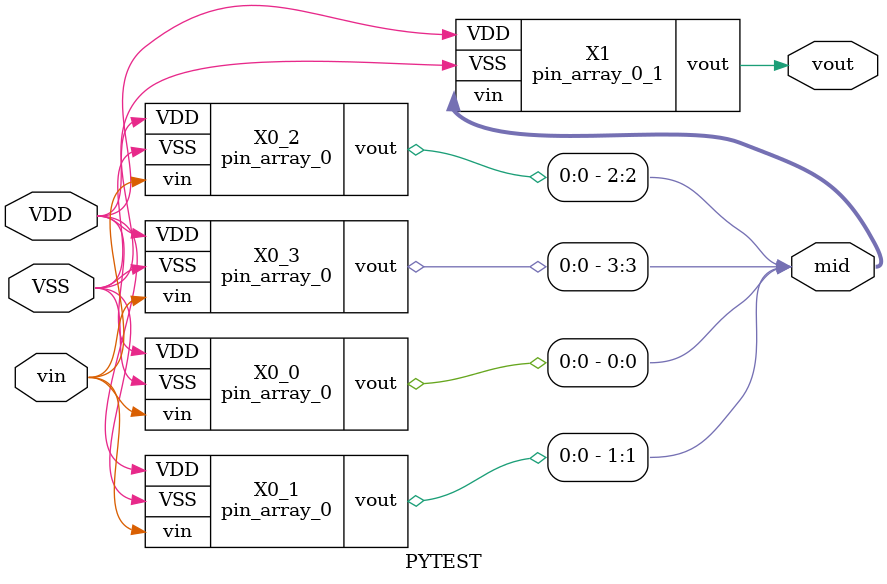
<source format=v>



module nmos4_18(
    inout B,
    inout D,
    inout G,
    inout S
);
endmodule

module nmos4_svt(
    inout B,
    inout D,
    inout G,
    inout S
);
endmodule

module nmos4_lvt(
    inout B,
    inout D,
    inout G,
    inout S
);
endmodule

module nmos4_hvt(
    inout B,
    inout D,
    inout G,
    inout S
);
endmodule

module nmos4_standard(
    inout B,
    inout D,
    inout G,
    inout S
);
endmodule

module nmos4_fast(
    inout B,
    inout D,
    inout G,
    inout S
);
endmodule

module nmos4_low_power(
    inout B,
    inout D,
    inout G,
    inout S
);
endmodule

module pmos4_18(
    inout B,
    inout D,
    inout G,
    inout S
);
endmodule

module pmos4_svt(
    inout B,
    inout D,
    inout G,
    inout S
);
endmodule

module pmos4_lvt(
    inout B,
    inout D,
    inout G,
    inout S
);
endmodule

module pmos4_hvt(
    inout B,
    inout D,
    inout G,
    inout S
);
endmodule

module pmos4_standard(
    inout B,
    inout D,
    inout G,
    inout S
);
endmodule

module pmos4_fast(
    inout B,
    inout D,
    inout G,
    inout S
);
endmodule

module pmos4_low_power(
    inout B,
    inout D,
    inout G,
    inout S
);
endmodule


module pin_array_0_1(
    input  wire VDD,
    input  wire VSS,
    input  wire [3:0] vin,
    output wire vout
);

endmodule


module pin_array_0(
    input  wire VDD,
    input  wire VSS,
    input  wire vin,
    output wire vout
);

endmodule


module PYTEST(
    input  wire VDD,
    input  wire VSS,
    input  wire vin,
    output wire [3:0] mid,
    output wire vout
);

pin_array_0 X0_3 (
    .VDD( VDD ),
    .VSS( VSS ),
    .vin( vin ),
    .vout( mid[3] )
);

pin_array_0 X0_2 (
    .VDD( VDD ),
    .VSS( VSS ),
    .vin( vin ),
    .vout( mid[2] )
);

pin_array_0 X0_1 (
    .VDD( VDD ),
    .VSS( VSS ),
    .vin( vin ),
    .vout( mid[1] )
);

pin_array_0 X0_0 (
    .VDD( VDD ),
    .VSS( VSS ),
    .vin( vin ),
    .vout( mid[0] )
);

pin_array_0_1 X1 (
    .VDD( VDD ),
    .VSS( VSS ),
    .vin( mid[3:0] ),
    .vout( vout )
);

endmodule

</source>
